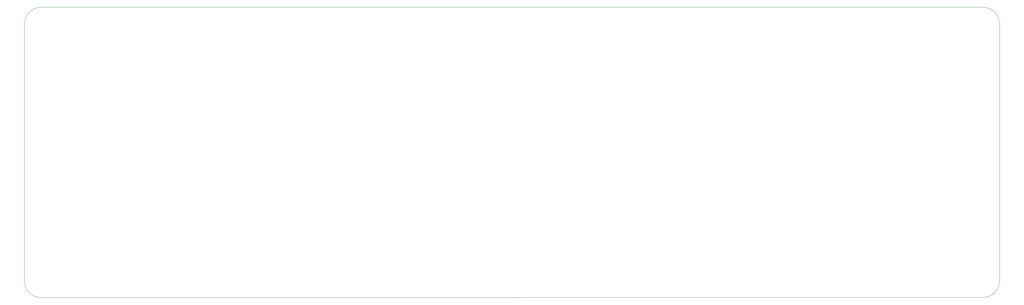
<source format=gm1>
G04 #@! TF.GenerationSoftware,KiCad,Pcbnew,8.0.4*
G04 #@! TF.CreationDate,2024-10-07T12:43:38-04:00*
G04 #@! TF.ProjectId,Signal_Processing_Board,5369676e-616c-45f5-9072-6f6365737369,rev?*
G04 #@! TF.SameCoordinates,Original*
G04 #@! TF.FileFunction,Profile,NP*
%FSLAX46Y46*%
G04 Gerber Fmt 4.6, Leading zero omitted, Abs format (unit mm)*
G04 Created by KiCad (PCBNEW 8.0.4) date 2024-10-07 12:43:38*
%MOMM*%
%LPD*%
G01*
G04 APERTURE LIST*
G04 #@! TA.AperFunction,Profile*
%ADD10C,0.050000*%
G04 #@! TD*
G04 APERTURE END LIST*
D10*
X366700000Y-103500000D02*
X366700000Y-180200000D01*
X81220000Y-185250000D02*
G75*
G02*
X76220000Y-180250000I0J5000000D01*
G01*
X366700000Y-180200000D02*
G75*
G02*
X361700000Y-185200000I-5000000J0D01*
G01*
X76220000Y-103500000D02*
G75*
G02*
X81220000Y-98500000I5000000J0D01*
G01*
X81220000Y-98500000D02*
X361700000Y-98500000D01*
X361700000Y-185200000D02*
X81220000Y-185250000D01*
X76220000Y-180250000D02*
X76220000Y-103500000D01*
X361700000Y-98500000D02*
G75*
G02*
X366700000Y-103500000I0J-5000000D01*
G01*
M02*

</source>
